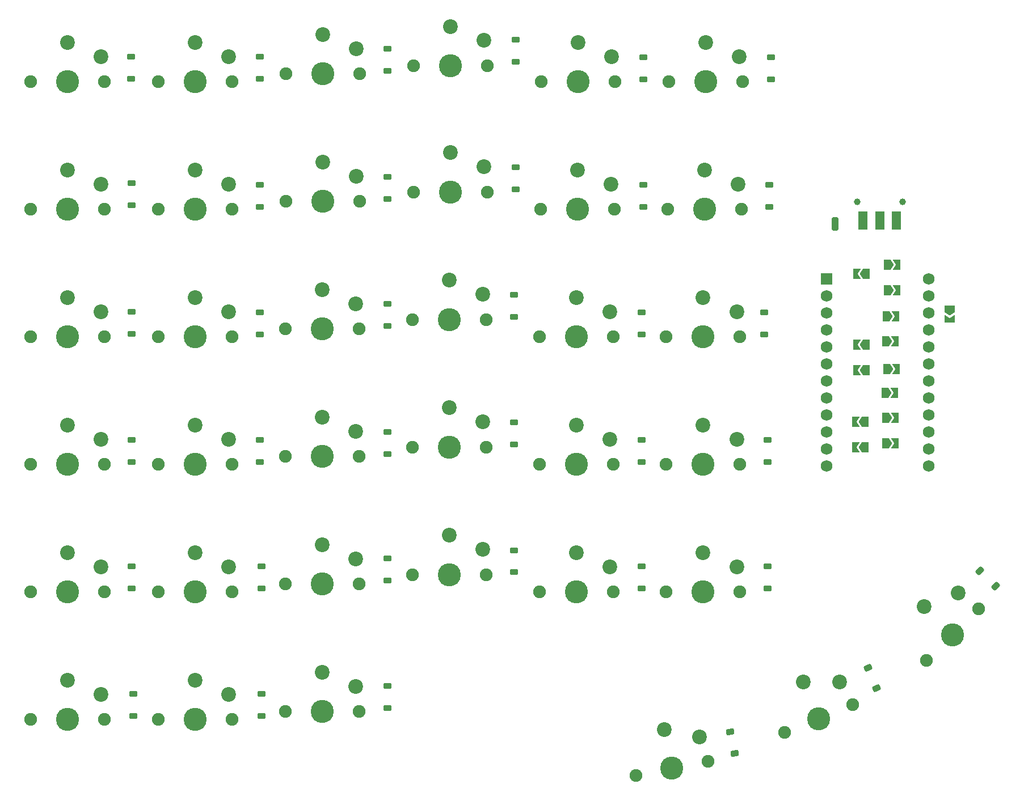
<source format=gbr>
%TF.GenerationSoftware,KiCad,Pcbnew,7.0.10*%
%TF.CreationDate,2024-03-21T17:03:09-05:00*%
%TF.ProjectId,Tair,54616972-2e6b-4696-9361-645f70636258,rev?*%
%TF.SameCoordinates,Original*%
%TF.FileFunction,Soldermask,Bot*%
%TF.FilePolarity,Negative*%
%FSLAX46Y46*%
G04 Gerber Fmt 4.6, Leading zero omitted, Abs format (unit mm)*
G04 Created by KiCad (PCBNEW 7.0.10) date 2024-03-21 17:03:09*
%MOMM*%
%LPD*%
G01*
G04 APERTURE LIST*
G04 Aperture macros list*
%AMRoundRect*
0 Rectangle with rounded corners*
0 $1 Rounding radius*
0 $2 $3 $4 $5 $6 $7 $8 $9 X,Y pos of 4 corners*
0 Add a 4 corners polygon primitive as box body*
4,1,4,$2,$3,$4,$5,$6,$7,$8,$9,$2,$3,0*
0 Add four circle primitives for the rounded corners*
1,1,$1+$1,$2,$3*
1,1,$1+$1,$4,$5*
1,1,$1+$1,$6,$7*
1,1,$1+$1,$8,$9*
0 Add four rect primitives between the rounded corners*
20,1,$1+$1,$2,$3,$4,$5,0*
20,1,$1+$1,$4,$5,$6,$7,0*
20,1,$1+$1,$6,$7,$8,$9,0*
20,1,$1+$1,$8,$9,$2,$3,0*%
%AMFreePoly0*
4,1,6,0.500000,-0.750000,-0.650000,-0.750000,-0.150000,0.000000,-0.650000,0.750000,0.500000,0.750000,0.500000,-0.750000,0.500000,-0.750000,$1*%
%AMFreePoly1*
4,1,6,1.000000,0.000000,0.500000,-0.750000,-0.500000,-0.750000,-0.500000,0.750000,0.500000,0.750000,1.000000,0.000000,1.000000,0.000000,$1*%
G04 Aperture macros list end*
%ADD10RoundRect,0.102000X-0.600000X-1.250000X0.600000X-1.250000X0.600000X1.250000X-0.600000X1.250000X0*%
%ADD11C,1.900000*%
%ADD12C,3.450000*%
%ADD13C,2.200000*%
%ADD14RoundRect,0.250000X0.250000X0.750000X-0.250000X0.750000X-0.250000X-0.750000X0.250000X-0.750000X0*%
%ADD15RoundRect,0.225000X0.375000X-0.225000X0.375000X0.225000X-0.375000X0.225000X-0.375000X-0.225000X0*%
%ADD16FreePoly0,270.000000*%
%ADD17FreePoly1,270.000000*%
%ADD18FreePoly1,180.000000*%
%ADD19FreePoly0,180.000000*%
%ADD20RoundRect,0.225000X0.432559X-0.064367X0.260351X0.351379X-0.432559X0.064367X-0.260351X-0.351379X0*%
%ADD21FreePoly0,0.000000*%
%ADD22FreePoly1,0.000000*%
%ADD23RoundRect,0.225000X0.424264X0.106066X0.106066X0.424264X-0.424264X-0.106066X-0.106066X-0.424264X0*%
%ADD24R,1.752600X1.752600*%
%ADD25C,1.752600*%
%ADD26RoundRect,0.225000X0.411690X-0.147518X0.323899X0.293836X-0.411690X0.147518X-0.323899X-0.293836X0*%
%ADD27C,1.000000*%
G04 APERTURE END LIST*
D10*
%TO.C,S38*%
X161482733Y-66355422D03*
X163982733Y-66355422D03*
X166482733Y-66355422D03*
%TD*%
D11*
%TO.C,S25*%
X75278736Y-101648797D03*
D12*
X80778736Y-101648797D03*
D11*
X86278736Y-101648797D03*
D13*
X80778736Y-95748797D03*
X85778736Y-97848797D03*
%TD*%
D11*
%TO.C,S2*%
X56328733Y-45689422D03*
D12*
X61828733Y-45689422D03*
D11*
X67328733Y-45689422D03*
D13*
X61828733Y-39789422D03*
X66828733Y-41889422D03*
%TD*%
D11*
%TO.C,S32*%
X113178733Y-121889422D03*
D12*
X118678733Y-121889422D03*
D11*
X124178733Y-121889422D03*
D13*
X118678733Y-115989422D03*
X123678733Y-118089422D03*
%TD*%
D14*
%TO.C,GND*%
X157288733Y-66880422D03*
%TD*%
D11*
%TO.C,S31*%
X113178733Y-102839422D03*
D12*
X118678733Y-102839422D03*
D11*
X124178733Y-102839422D03*
D13*
X118678733Y-96939422D03*
X123678733Y-99039422D03*
%TD*%
D15*
%TO.C,D15*%
X90530733Y-82108797D03*
X90530733Y-78808797D03*
%TD*%
D11*
%TO.C,S16*%
X94228729Y-81208172D03*
D12*
X99728729Y-81208172D03*
D11*
X105228729Y-81208172D03*
D13*
X99728729Y-75308172D03*
X104728729Y-77408172D03*
%TD*%
D11*
%TO.C,S30*%
X127558547Y-149290612D03*
D12*
X132952866Y-148217615D03*
D11*
X138347185Y-147144618D03*
D13*
X131801833Y-142430982D03*
X137115449Y-143515179D03*
%TD*%
D11*
%TO.C,S12*%
X132328735Y-64739422D03*
D12*
X137828735Y-64739422D03*
D11*
X143328735Y-64739422D03*
D13*
X137828735Y-58839422D03*
X142828735Y-60939422D03*
%TD*%
D15*
%TO.C,D12*%
X147528733Y-64357422D03*
X147528733Y-61057422D03*
%TD*%
%TO.C,D14*%
X71446733Y-83425422D03*
X71446733Y-80125422D03*
%TD*%
D11*
%TO.C,S34*%
X132128732Y-102839422D03*
D12*
X137628732Y-102839422D03*
D11*
X143128732Y-102839422D03*
D13*
X137628732Y-96939422D03*
X142628732Y-99039422D03*
%TD*%
D11*
%TO.C,S26*%
X75278736Y-120698797D03*
D12*
X80778736Y-120698797D03*
D11*
X86278736Y-120698797D03*
D13*
X80778736Y-114798797D03*
X85778736Y-116898797D03*
%TD*%
D11*
%TO.C,S19*%
X37278733Y-102839422D03*
D12*
X42778733Y-102839422D03*
D11*
X48278733Y-102839422D03*
D13*
X42778733Y-96939422D03*
X47778733Y-99039422D03*
%TD*%
D11*
%TO.C,S23*%
X56328732Y-121889422D03*
D12*
X61828732Y-121889422D03*
D11*
X67328732Y-121889422D03*
D13*
X61828732Y-115989422D03*
X66828732Y-118089422D03*
%TD*%
D11*
%TO.C,S4*%
X94428733Y-43308172D03*
D12*
X99928733Y-43308172D03*
D11*
X105428733Y-43308172D03*
D13*
X99928733Y-37408172D03*
X104928733Y-39508172D03*
%TD*%
D15*
%TO.C,D3*%
X90530733Y-43998797D03*
X90530733Y-40698797D03*
%TD*%
D16*
%TO.C,JP14*%
X174392733Y-81085422D03*
D17*
X174392733Y-79635422D03*
%TD*%
D15*
%TO.C,D32*%
X128444733Y-121307422D03*
X128444733Y-118007422D03*
%TD*%
%TO.C,D19*%
X52362733Y-99193422D03*
X52362733Y-102493422D03*
%TD*%
%TO.C,D11*%
X128672733Y-64357422D03*
X128672733Y-61057422D03*
%TD*%
%TO.C,D22*%
X71446733Y-99193422D03*
X71446733Y-102493422D03*
%TD*%
%TO.C,D16*%
X109360733Y-80790172D03*
X109360733Y-77490172D03*
%TD*%
%TO.C,D34*%
X147274733Y-99193422D03*
X147274733Y-102493422D03*
%TD*%
D11*
%TO.C,S11*%
X113378736Y-64739422D03*
D12*
X118878736Y-64739422D03*
D11*
X124378736Y-64739422D03*
D13*
X118878736Y-58839422D03*
X123878736Y-60939422D03*
%TD*%
D15*
%TO.C,D7*%
X52362733Y-64103422D03*
X52362733Y-60803422D03*
%TD*%
%TO.C,D35*%
X147274733Y-121307422D03*
X147274733Y-118007422D03*
%TD*%
D11*
%TO.C,S8*%
X56328732Y-64739422D03*
D12*
X61828732Y-64739422D03*
D11*
X67328732Y-64739422D03*
D13*
X61828732Y-58839422D03*
X66828732Y-60939422D03*
%TD*%
D11*
%TO.C,S36*%
X170930809Y-132129403D03*
D12*
X174819896Y-128240316D03*
D11*
X178708983Y-124351229D03*
D13*
X170647966Y-124068386D03*
X175668424Y-122017776D03*
%TD*%
D15*
%TO.C,D31*%
X128444733Y-99193422D03*
X128444733Y-102493422D03*
%TD*%
D11*
%TO.C,S17*%
X113178733Y-83789422D03*
D12*
X118678733Y-83789422D03*
D11*
X124178733Y-83789422D03*
D13*
X118678733Y-77889422D03*
X123678733Y-79989422D03*
%TD*%
D18*
%TO.C,JP1*%
X161953733Y-74357422D03*
D19*
X160503733Y-74357422D03*
%TD*%
D15*
%TO.C,D21*%
X52616733Y-140375422D03*
X52616733Y-137075422D03*
%TD*%
%TO.C,D9*%
X90530733Y-63166797D03*
X90530733Y-59866797D03*
%TD*%
D11*
%TO.C,S21*%
X37278733Y-140939422D03*
D12*
X42778733Y-140939422D03*
D11*
X48278733Y-140939422D03*
D13*
X42778733Y-135039422D03*
X47778733Y-137139422D03*
%TD*%
D11*
%TO.C,S13*%
X37278733Y-83789422D03*
D12*
X42778733Y-83789422D03*
D11*
X48278733Y-83789422D03*
D13*
X42778733Y-77889422D03*
X47778733Y-79989422D03*
%TD*%
D15*
%TO.C,D1*%
X52218733Y-45189422D03*
X52218733Y-41889422D03*
%TD*%
%TO.C,D23*%
X71700733Y-121307422D03*
X71700733Y-118007422D03*
%TD*%
D20*
%TO.C,D33*%
X163532055Y-136280777D03*
X162269199Y-133231975D03*
%TD*%
D11*
%TO.C,S7*%
X37278733Y-64739422D03*
D12*
X42778733Y-64739422D03*
D11*
X48278733Y-64739422D03*
D13*
X42778733Y-58839422D03*
X47778733Y-60939422D03*
%TD*%
D15*
%TO.C,D17*%
X128444733Y-83425422D03*
X128444733Y-80125422D03*
%TD*%
D21*
%TO.C,JP39*%
X166286539Y-99623711D03*
D22*
X164836539Y-99623711D03*
%TD*%
D11*
%TO.C,S18*%
X132128732Y-83789422D03*
D12*
X137628732Y-83789422D03*
D11*
X143128732Y-83789422D03*
D13*
X137628732Y-77889422D03*
X142628732Y-79989422D03*
%TD*%
D15*
%TO.C,D24*%
X71700733Y-140375422D03*
X71700733Y-137075422D03*
%TD*%
D11*
%TO.C,S3*%
X75378733Y-44498797D03*
D12*
X80878733Y-44498797D03*
D11*
X86378733Y-44498797D03*
D13*
X80878733Y-38598797D03*
X85878733Y-40698797D03*
%TD*%
D15*
%TO.C,D26*%
X90530733Y-120116797D03*
X90530733Y-116816797D03*
%TD*%
%TO.C,D8*%
X71446733Y-64357422D03*
X71446733Y-61057422D03*
%TD*%
D18*
%TO.C,JP38*%
X161841539Y-96448711D03*
D19*
X160391539Y-96448711D03*
%TD*%
D11*
%TO.C,S20*%
X37278733Y-121889422D03*
D12*
X42778733Y-121889422D03*
D11*
X48278733Y-121889422D03*
D13*
X42778733Y-115989422D03*
X47778733Y-118089422D03*
%TD*%
D23*
%TO.C,D36*%
X181241838Y-121020753D03*
X178908386Y-118687301D03*
%TD*%
D11*
%TO.C,S5*%
X113478733Y-45689422D03*
D12*
X118978733Y-45689422D03*
D11*
X124478733Y-45689422D03*
D13*
X118978733Y-39789422D03*
X123978733Y-41889422D03*
%TD*%
D15*
%TO.C,D10*%
X109614733Y-61722172D03*
X109614733Y-58422172D03*
%TD*%
D11*
%TO.C,S9*%
X75378732Y-63548797D03*
D12*
X80878732Y-63548797D03*
D11*
X86378732Y-63548797D03*
D13*
X80878732Y-57648797D03*
X85878732Y-59748797D03*
%TD*%
D15*
%TO.C,D27*%
X90530733Y-139184797D03*
X90530733Y-135884797D03*
%TD*%
D11*
%TO.C,S10*%
X94428732Y-62158172D03*
D12*
X99928732Y-62158172D03*
D11*
X105428732Y-62158172D03*
D13*
X99928732Y-56258172D03*
X104928732Y-58358172D03*
%TD*%
D24*
%TO.C,U1*%
X156018733Y-75135422D03*
D25*
X156018733Y-77675422D03*
X156018733Y-80215422D03*
X156018733Y-82755422D03*
X156018733Y-85295422D03*
X156018733Y-87835422D03*
X156018733Y-90375422D03*
X156018733Y-92915422D03*
X156018733Y-95455422D03*
X156018733Y-97995422D03*
X156018733Y-100535422D03*
X156018733Y-103075422D03*
X171258733Y-103075422D03*
X171258733Y-100535422D03*
X171258733Y-97995422D03*
X171258733Y-95455422D03*
X171258733Y-92915422D03*
X171258733Y-90375422D03*
X171258733Y-87835422D03*
X171258733Y-85295422D03*
X171258733Y-82755422D03*
X171258733Y-80215422D03*
X171258733Y-77675422D03*
X171258733Y-75135422D03*
%TD*%
D26*
%TO.C,D30*%
X141684981Y-142744905D03*
X142328779Y-145981497D03*
%TD*%
D27*
%TO.C,S37*%
X167382733Y-63605422D03*
X160582733Y-63605422D03*
%TD*%
D11*
%TO.C,S6*%
X132528733Y-45689422D03*
D12*
X138028733Y-45689422D03*
D11*
X143528733Y-45689422D03*
D13*
X138028733Y-39789422D03*
X143028733Y-41889422D03*
%TD*%
D15*
%TO.C,D20*%
X52362733Y-121307422D03*
X52362733Y-118007422D03*
%TD*%
D11*
%TO.C,S28*%
X94228729Y-100258172D03*
D12*
X99728729Y-100258172D03*
D11*
X105228729Y-100258172D03*
D13*
X99728729Y-94358172D03*
X104728729Y-96458172D03*
%TD*%
D15*
%TO.C,D13*%
X52362733Y-83299422D03*
X52362733Y-79999422D03*
%TD*%
%TO.C,D2*%
X71428733Y-45189422D03*
X71428733Y-41889422D03*
%TD*%
D11*
%TO.C,S22*%
X56328732Y-102839422D03*
D12*
X61828732Y-102839422D03*
D11*
X67328732Y-102839422D03*
D13*
X61828732Y-96939422D03*
X66828732Y-99039422D03*
%TD*%
D18*
%TO.C,JP30*%
X161968539Y-88701711D03*
D19*
X160518539Y-88701711D03*
%TD*%
D11*
%TO.C,S29*%
X94228729Y-119308172D03*
D12*
X99728729Y-119308172D03*
D11*
X105228729Y-119308172D03*
D13*
X99728729Y-113408172D03*
X104728729Y-115508172D03*
%TD*%
D11*
%TO.C,S24*%
X56328732Y-140939422D03*
D12*
X61828732Y-140939422D03*
D11*
X67328732Y-140939422D03*
D13*
X61828732Y-135039422D03*
X66828732Y-137139422D03*
%TD*%
D11*
%TO.C,S33*%
X149741145Y-142878556D03*
D12*
X154822482Y-140773797D03*
D11*
X159903819Y-138669038D03*
D13*
X152564650Y-135322908D03*
X157987683Y-135349638D03*
%TD*%
D18*
%TO.C,JP37*%
X161841539Y-100258711D03*
D19*
X160391539Y-100258711D03*
%TD*%
D15*
%TO.C,D18*%
X146766733Y-83425422D03*
X146766733Y-80125422D03*
%TD*%
%TO.C,D28*%
X109360733Y-99858172D03*
X109360733Y-96558172D03*
%TD*%
D11*
%TO.C,S1*%
X37278733Y-45689422D03*
D12*
X42778733Y-45689422D03*
D11*
X48278733Y-45689422D03*
D13*
X42778733Y-39789422D03*
X47778733Y-41889422D03*
%TD*%
D11*
%TO.C,S27*%
X75278736Y-139748797D03*
D12*
X80778736Y-139748797D03*
D11*
X86278736Y-139748797D03*
D13*
X80778736Y-133848797D03*
X85778736Y-135948797D03*
%TD*%
D15*
%TO.C,D6*%
X147782733Y-45307422D03*
X147782733Y-42007422D03*
%TD*%
D19*
%TO.C,JP29*%
X160518539Y-84891711D03*
D18*
X161968539Y-84891711D03*
%TD*%
D15*
%TO.C,D29*%
X109360733Y-118926172D03*
X109360733Y-115626172D03*
%TD*%
D11*
%TO.C,S15*%
X75278736Y-82598797D03*
D12*
X80778736Y-82598797D03*
D11*
X86278736Y-82598797D03*
D13*
X80778736Y-76698797D03*
X85778736Y-78798797D03*
%TD*%
D15*
%TO.C,D4*%
X109614733Y-42672172D03*
X109614733Y-39372172D03*
%TD*%
D11*
%TO.C,S35*%
X132128732Y-121889422D03*
D12*
X137628732Y-121889422D03*
D11*
X143128732Y-121889422D03*
D13*
X137628732Y-115989422D03*
X142628732Y-118089422D03*
%TD*%
D22*
%TO.C,JP40*%
X164836539Y-95813711D03*
D21*
X166286539Y-95813711D03*
%TD*%
D11*
%TO.C,S14*%
X56328732Y-83789422D03*
D12*
X61828732Y-83789422D03*
D11*
X67328732Y-83789422D03*
D13*
X61828732Y-77889422D03*
X66828732Y-79989422D03*
%TD*%
D15*
%TO.C,D5*%
X128698733Y-45307422D03*
X128698733Y-42007422D03*
%TD*%
%TO.C,D25*%
X90530733Y-98002797D03*
X90530733Y-101302797D03*
%TD*%
D21*
%TO.C,JP41*%
X166227733Y-92171422D03*
D22*
X164777733Y-92171422D03*
%TD*%
%TO.C,JP44*%
X164963539Y-80700711D03*
D21*
X166413539Y-80700711D03*
%TD*%
%TO.C,JP47*%
X166525733Y-76770422D03*
D22*
X165075733Y-76770422D03*
%TD*%
D21*
%TO.C,JP48*%
X166525733Y-72960422D03*
D22*
X165075733Y-72960422D03*
%TD*%
%TO.C,JP42*%
X165031733Y-88615422D03*
D21*
X166481733Y-88615422D03*
%TD*%
D22*
%TO.C,JP43*%
X164836539Y-84383711D03*
D21*
X166286539Y-84383711D03*
%TD*%
M02*

</source>
